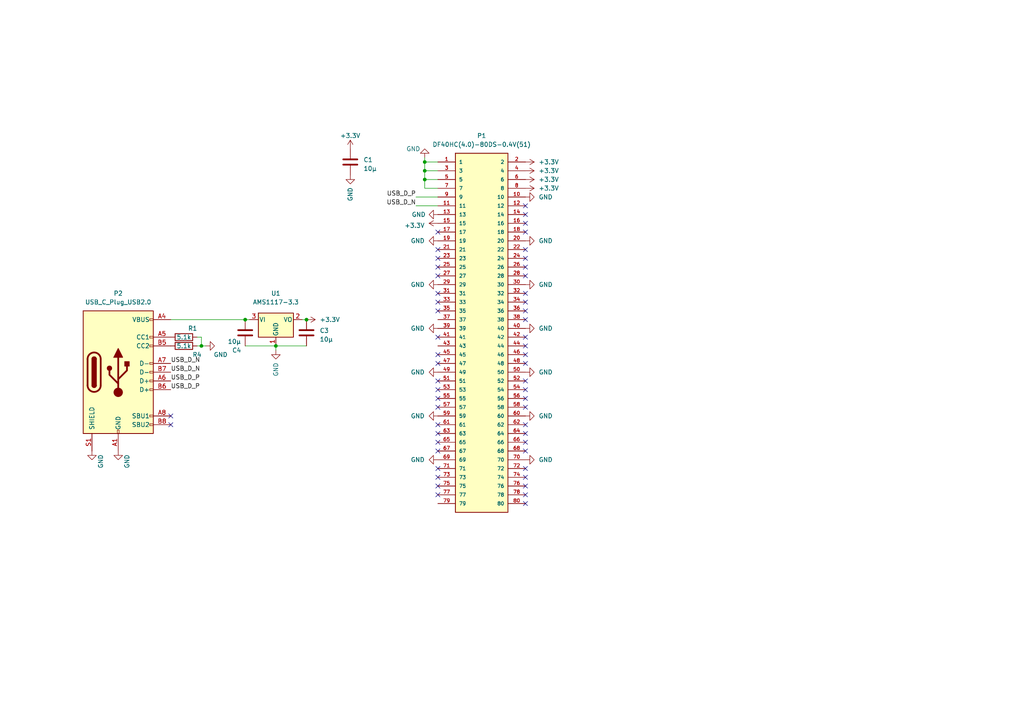
<source format=kicad_sch>
(kicad_sch (version 20230121) (generator eeschema)
  (paper "A4")
  (lib_symbols
    (symbol "Connector:USB_C_Receptacle_USB2.0" (pin_names (offset 1.016))
      (property "Reference" "J" (at -10.16 19.05 0))
      (property "Value" "USB_C_Receptacle_USB2.0" (at 19.05 19.05 0))
      (symbol "USB_C_Receptacle_USB2.0_0_0"
        (rectangle (start -0.254 -17.78) (end 0.254 -16.764))
        (rectangle (start 10.16 -14.986) (end 9.144 -15.494))
        (rectangle (start 10.16 -12.446) (end 9.144 -12.954))
        (rectangle (start 10.16 -4.826) (end 9.144 -5.334))
        (rectangle (start 10.16 -2.286) (end 9.144 -2.794))
        (rectangle (start 10.16 0.254) (end 9.144 -0.254))
        (rectangle (start 10.16 2.794) (end 9.144 2.286))
        (rectangle (start 10.16 7.874) (end 9.144 7.366))
        (rectangle (start 10.16 10.414) (end 9.144 9.906))
        (rectangle (start 10.16 15.494) (end 9.144 14.986))
      )
      (symbol "USB_C_Receptacle_USB2.0_0_1"
        (rectangle (start -10.16 17.78) (end 10.16 -17.78) (stroke (width 0.254)) (fill (type background)))
        (arc (start -8.89 -3.81) (mid -6.985 -5.7067) (end -5.08 -3.81) (stroke (width 0.508)))
        (arc (start -7.62 -3.81) (mid -6.985 -4.4423) (end -6.35 -3.81) (stroke (width 0.254)))
        (arc (start -7.62 -3.81) (mid -6.985 -4.4423) (end -6.35 -3.81) (stroke (width 0.254)) (fill (type outline)))
        (rectangle (start -7.62 -3.81) (end -6.35 3.81) (stroke (width 0.254)) (fill (type outline)))
        (arc (start -6.35 3.81) (mid -6.985 4.4423) (end -7.62 3.81) (stroke (width 0.254)))
        (arc (start -6.35 3.81) (mid -6.985 4.4423) (end -7.62 3.81) (stroke (width 0.254)) (fill (type outline)))
        (arc (start -5.08 3.81) (mid -6.985 5.7067) (end -8.89 3.81) (stroke (width 0.508)))
        (circle (center -2.54 1.143) (radius 0.635) (stroke (width 0.254)) (fill (type outline)))
        (circle (center 0 -5.842) (radius 1.27) (fill (type outline)))
        (polyline (pts (xy -8.89 -3.81) (xy -8.89 3.81)) (stroke (width 0.508)))
        (polyline (pts (xy -5.08 3.81) (xy -5.08 -3.81)) (stroke (width 0.508)))
        (polyline (pts (xy 0 -5.842) (xy 0 4.318)) (stroke (width 0.508)))
        (polyline (pts (xy 0 -3.302) (xy -2.54 -0.762) (xy -2.54 0.508)) (stroke (width 0.508)))
        (polyline (pts (xy 0 -2.032) (xy 2.54 0.508) (xy 2.54 1.778)) (stroke (width 0.508)))
        (polyline (pts (xy -1.27 4.318) (xy 0 6.858) (xy 1.27 4.318) (xy -1.27 4.318)) (stroke (width 0.254)) (fill (type outline)))
        (rectangle (start 1.905 1.778) (end 3.175 3.048) (stroke (width 0.254)) (fill (type outline)))
      )
      (symbol "USB_C_Receptacle_USB2.0_1_1"
        (pin passive line (at 0 -22.86 90) (length 5.08) (name "GND") (number "A1"))
        (pin passive line (at 0 -22.86 90) (length 5.08) hide (name "GND") (number "A12"))
        (pin passive line (at 15.24 15.24 180) (length 5.08) (name "VBUS") (number "A4"))
        (pin bidirectional line (at 15.24 10.16 180) (length 5.08) (name "CC1") (number "A5"))
        (pin bidirectional line (at 15.24 -2.54 180) (length 5.08) (name "D+") (number "A6"))
        (pin bidirectional line (at 15.24 2.54 180) (length 5.08) (name "D-") (number "A7"))
        (pin bidirectional line (at 15.24 -12.7 180) (length 5.08) (name "SBU1") (number "A8"))
        (pin passive line (at 15.24 15.24 180) (length 5.08) hide (name "VBUS") (number "A9"))
        (pin passive line (at 0 -22.86 90) (length 5.08) hide (name "GND") (number "B1"))
        (pin passive line (at 0 -22.86 90) (length 5.08) hide (name "GND") (number "B12"))
        (pin passive line (at 15.24 15.24 180) (length 5.08) hide (name "VBUS") (number "B4"))
        (pin bidirectional line (at 15.24 7.62 180) (length 5.08) (name "CC2") (number "B5"))
        (pin bidirectional line (at 15.24 -5.08 180) (length 5.08) (name "D+") (number "B6"))
        (pin bidirectional line (at 15.24 0 180) (length 5.08) (name "D-") (number "B7"))
        (pin bidirectional line (at 15.24 -15.24 180) (length 5.08) (name "SBU2") (number "B8"))
        (pin passive line (at 15.24 15.24 180) (length 5.08) hide (name "VBUS") (number "B9"))
        (pin passive line (at -7.62 -22.86 90) (length 5.08) (name "SHIELD") (number "S1"))
      )
    )
    (symbol "DF40HC_4.0_-80DS-0.4V_51_:DF40HC(4.0)-80DS-0.4V(51)" (pin_names (offset 1.016))
      (property "Reference" "P" (at -7.642 51.5834 0))
      (property "Value" "DF40HC(4.0)-80DS-0.4V(51)" (at -7.6293 -55.9479 0))
      (symbol "DF40HC(4.0)-80DS-0.4V(51)_0_0"
        (rectangle (start -7.62 -53.34) (end 7.62 50.8) (stroke (width 0.254)) (fill (type background)))
        (pin passive line (at -12.7 48.26 0) (length 5.08) (name "1") (number "1"))
        (pin passive line (at 12.7 38.1 180) (length 5.08) (name "10") (number "10"))
        (pin passive line (at -12.7 35.56 0) (length 5.08) (name "11") (number "11"))
        (pin passive line (at 12.7 35.56 180) (length 5.08) (name "12") (number "12"))
        (pin passive line (at -12.7 33.02 0) (length 5.08) (name "13") (number "13"))
        (pin passive line (at 12.7 33.02 180) (length 5.08) (name "14") (number "14"))
        (pin passive line (at -12.7 30.48 0) (length 5.08) (name "15") (number "15"))
        (pin passive line (at 12.7 30.48 180) (length 5.08) (name "16") (number "16"))
        (pin passive line (at -12.7 27.94 0) (length 5.08) (name "17") (number "17"))
        (pin passive line (at 12.7 27.94 180) (length 5.08) (name "18") (number "18"))
        (pin passive line (at -12.7 25.4 0) (length 5.08) (name "19") (number "19"))
        (pin passive line (at 12.7 48.26 180) (length 5.08) (name "2") (number "2"))
        (pin passive line (at 12.7 25.4 180) (length 5.08) (name "20") (number "20"))
        (pin passive line (at -12.7 22.86 0) (length 5.08) (name "21") (number "21"))
        (pin passive line (at 12.7 22.86 180) (length 5.08) (name "22") (number "22"))
        (pin passive line (at -12.7 20.32 0) (length 5.08) (name "23") (number "23"))
        (pin passive line (at 12.7 20.32 180) (length 5.08) (name "24") (number "24"))
        (pin passive line (at -12.7 17.78 0) (length 5.08) (name "25") (number "25"))
        (pin passive line (at 12.7 17.78 180) (length 5.08) (name "26") (number "26"))
        (pin passive line (at -12.7 15.24 0) (length 5.08) (name "27") (number "27"))
        (pin passive line (at 12.7 15.24 180) (length 5.08) (name "28") (number "28"))
        (pin passive line (at -12.7 12.7 0) (length 5.08) (name "29") (number "29"))
        (pin passive line (at -12.7 45.72 0) (length 5.08) (name "3") (number "3"))
        (pin passive line (at 12.7 12.7 180) (length 5.08) (name "30") (number "30"))
        (pin passive line (at -12.7 10.16 0) (length 5.08) (name "31") (number "31"))
        (pin passive line (at 12.7 10.16 180) (length 5.08) (name "32") (number "32"))
        (pin passive line (at -12.7 7.62 0) (length 5.08) (name "33") (number "33"))
        (pin passive line (at 12.7 7.62 180) (length 5.08) (name "34") (number "34"))
        (pin passive line (at -12.7 5.08 0) (length 5.08) (name "35") (number "35"))
        (pin passive line (at 12.7 5.08 180) (length 5.08) (name "36") (number "36"))
        (pin passive line (at -12.7 2.54 0) (length 5.08) (name "37") (number "37"))
        (pin passive line (at 12.7 2.54 180) (length 5.08) (name "38") (number "38"))
        (pin passive line (at -12.7 0 0) (length 5.08) (name "39") (number "39"))
        (pin passive line (at 12.7 45.72 180) (length 5.08) (name "4") (number "4"))
        (pin passive line (at 12.7 0 180) (length 5.08) (name "40") (number "40"))
        (pin passive line (at -12.7 -2.54 0) (length 5.08) (name "41") (number "41"))
        (pin passive line (at 12.7 -2.54 180) (length 5.08) (name "42") (number "42"))
        (pin passive line (at -12.7 -5.08 0) (length 5.08) (name "43") (number "43"))
        (pin passive line (at 12.7 -5.08 180) (length 5.08) (name "44") (number "44"))
        (pin passive line (at -12.7 -7.62 0) (length 5.08) (name "45") (number "45"))
        (pin passive line (at 12.7 -7.62 180) (length 5.08) (name "46") (number "46"))
        (pin passive line (at -12.7 -10.16 0) (length 5.08) (name "47") (number "47"))
        (pin passive line (at 12.7 -10.16 180) (length 5.08) (name "48") (number "48"))
        (pin passive line (at -12.7 -12.7 0) (length 5.08) (name "49") (number "49"))
        (pin passive line (at -12.7 43.18 0) (length 5.08) (name "5") (number "5"))
        (pin passive line (at 12.7 -12.7 180) (length 5.08) (name "50") (number "50"))
        (pin passive line (at -12.7 -15.24 0) (length 5.08) (name "51") (number "51"))
        (pin passive line (at 12.7 -15.24 180) (length 5.08) (name "52") (number "52"))
        (pin passive line (at -12.7 -17.78 0) (length 5.08) (name "53") (number "53"))
        (pin passive line (at 12.7 -17.78 180) (length 5.08) (name "54") (number "54"))
        (pin passive line (at -12.7 -20.32 0) (length 5.08) (name "55") (number "55"))
        (pin passive line (at 12.7 -20.32 180) (length 5.08) (name "56") (number "56"))
        (pin passive line (at -12.7 -22.86 0) (length 5.08) (name "57") (number "57"))
        (pin passive line (at 12.7 -22.86 180) (length 5.08) (name "58") (number "58"))
        (pin passive line (at -12.7 -25.4 0) (length 5.08) (name "59") (number "59"))
        (pin passive line (at 12.7 43.18 180) (length 5.08) (name "6") (number "6"))
        (pin passive line (at 12.7 -25.4 180) (length 5.08) (name "60") (number "60"))
        (pin passive line (at -12.7 -27.94 0) (length 5.08) (name "61") (number "61"))
        (pin passive line (at 12.7 -27.94 180) (length 5.08) (name "62") (number "62"))
        (pin passive line (at -12.7 -30.48 0) (length 5.08) (name "63") (number "63"))
        (pin passive line (at 12.7 -30.48 180) (length 5.08) (name "64") (number "64"))
        (pin passive line (at -12.7 -33.02 0) (length 5.08) (name "65") (number "65"))
        (pin passive line (at 12.7 -33.02 180) (length 5.08) (name "66") (number "66"))
        (pin passive line (at -12.7 -35.56 0) (length 5.08) (name "67") (number "67"))
        (pin passive line (at 12.7 -35.56 180) (length 5.08) (name "68") (number "68"))
        (pin passive line (at -12.7 -38.1 0) (length 5.08) (name "69") (number "69"))
        (pin passive line (at -12.7 40.64 0) (length 5.08) (name "7") (number "7"))
        (pin passive line (at 12.7 -38.1 180) (length 5.08) (name "70") (number "70"))
        (pin passive line (at -12.7 -40.64 0) (length 5.08) (name "71") (number "71"))
        (pin passive line (at 12.7 -40.64 180) (length 5.08) (name "72") (number "72"))
        (pin passive line (at -12.7 -43.18 0) (length 5.08) (name "73") (number "73"))
        (pin passive line (at 12.7 -43.18 180) (length 5.08) (name "74") (number "74"))
        (pin passive line (at -12.7 -45.72 0) (length 5.08) (name "75") (number "75"))
        (pin passive line (at 12.7 -45.72 180) (length 5.08) (name "76") (number "76"))
        (pin passive line (at -12.7 -48.26 0) (length 5.08) (name "77") (number "77"))
        (pin passive line (at 12.7 -48.26 180) (length 5.08) (name "78") (number "78"))
        (pin passive line (at -12.7 -50.8 0) (length 5.08) (name "79") (number "79"))
        (pin passive line (at 12.7 40.64 180) (length 5.08) (name "8") (number "8"))
        (pin passive line (at 12.7 -50.8 180) (length 5.08) (name "80") (number "80"))
        (pin passive line (at -12.7 38.1 0) (length 5.08) (name "9") (number "9"))
      )
    )
    (symbol "Device:C" (pin_numbers hide) (pin_names (offset 0.254))
      (property "Reference" "C" (at 0.635 2.54 0))
      (property "Value" "C" (at 0.635 -2.54 0))
      (symbol "C_0_1"
        (polyline (pts (xy -2.032 -0.762) (xy 2.032 -0.762)) (stroke (width 0.508)))
        (polyline (pts (xy -2.032 0.762) (xy 2.032 0.762)) (stroke (width 0.508)))
      )
      (symbol "C_1_1"
        (pin passive line (at 0 3.81 270) (length 2.794) (name "~") (number "1"))
        (pin passive line (at 0 -3.81 90) (length 2.794) (name "~") (number "2"))
      )
    )
    (symbol "Device:R" (pin_numbers hide) (pin_names (offset 0))
      (property "Reference" "R" (at 2.032 0 90))
      (property "Value" "R" (at 0 0 90))
      (symbol "R_0_1"
        (rectangle (start -1.016 -2.54) (end 1.016 2.54) (stroke (width 0.254)))
      )
      (symbol "R_1_1"
        (pin passive line (at 0 3.81 270) (length 1.27) (name "~") (number "1"))
        (pin passive line (at 0 -3.81 90) (length 1.27) (name "~") (number "2"))
      )
    )
    (symbol "Regulator_Linear:AMS1117-3.3" (pin_names (offset 0.254))
      (property "Reference" "U" (at -3.81 3.175 0))
      (property "Value" "AMS1117-3.3" (at 0 3.175 0))
      (symbol "AMS1117-3.3_0_1"
        (rectangle (start -5.08 -5.08) (end 5.08 1.905) (stroke (width 0.254)) (fill (type background)))
      )
      (symbol "AMS1117-3.3_1_1"
        (pin power_in line (at 0 -7.62 90) (length 2.54) (name "GND") (number "1"))
        (pin power_out line (at 7.62 0 180) (length 2.54) (name "VO") (number "2"))
        (pin power_in line (at -7.62 0 0) (length 2.54) (name "VI") (number "3"))
      )
    )
    (symbol "power:+3.3V" (power) (pin_names (offset 0))
      (property "Value" "+3.3V" (at 0 3.556 0))
      (symbol "+3.3V_0_1"
        (polyline (pts (xy -0.762 1.27) (xy 0 2.54)))
        (polyline (pts (xy 0 0) (xy 0 2.54)))
        (polyline (pts (xy 0 2.54) (xy 0.762 1.27)))
      )
      (symbol "+3.3V_1_1"
        (pin power_in line (at 0 0 90) (length 0) hide (name "+3.3V") (number "1"))
      )
    )
    (symbol "power:GND" (power) (pin_names (offset 0))
      (property "Value" "GND" (at 0 -3.81 0))
      (symbol "GND_0_1"
        (polyline (pts (xy 0 0) (xy 0 -1.27) (xy 1.27 -1.27) (xy 0 -2.54) (xy -1.27 -1.27) (xy 0 -1.27)))
      )
      (symbol "GND_1_1"
        (pin power_in line (at 0 0 270) (length 0) hide (name "GND") (number "1"))
      )
    )
  )
  (junction (at 58.42 100.33))
  (junction (at 88.9 92.71))
  (junction (at 123.19 49.53))
  (junction (at 123.19 46.99))
  (junction (at 123.19 52.07))
  (junction (at 71.12 92.71))
  (junction (at 80.01 100.33))
  (no_connect (at 127 67.31))
  (no_connect (at 152.4 118.11))
  (no_connect (at 127 105.41))
  (no_connect (at 127 102.87))
  (no_connect (at 152.4 100.33))
  (no_connect (at 152.4 80.01))
  (no_connect (at 152.4 64.77))
  (no_connect (at 127 77.47))
  (no_connect (at 127 90.17))
  (no_connect (at 127 125.73))
  (no_connect (at 127 118.11))
  (no_connect (at 49.53 123.19))
  (no_connect (at 127 110.49))
  (no_connect (at 127 72.39))
  (no_connect (at 152.4 72.39))
  (no_connect (at 152.4 87.63))
  (no_connect (at 152.4 102.87))
  (no_connect (at 152.4 143.51))
  (no_connect (at 127 140.97))
  (no_connect (at 152.4 74.93))
  (no_connect (at 152.4 146.05))
  (no_connect (at 152.4 128.27))
  (no_connect (at 152.4 62.23))
  (no_connect (at 127 115.57))
  (no_connect (at 152.4 135.89))
  (no_connect (at 152.4 85.09))
  (no_connect (at 152.4 92.71))
  (no_connect (at 152.4 59.69))
  (no_connect (at 152.4 67.31))
  (no_connect (at 127 80.01))
  (no_connect (at 152.4 113.03))
  (no_connect (at 127 123.19))
  (no_connect (at 152.4 140.97))
  (no_connect (at 152.4 97.79))
  (no_connect (at 127 87.63))
  (no_connect (at 127 97.79))
  (no_connect (at 127 135.89))
  (no_connect (at 127 113.03))
  (no_connect (at 152.4 110.49))
  (no_connect (at 152.4 138.43))
  (no_connect (at 127 85.09))
  (no_connect (at 152.4 115.57))
  (no_connect (at 152.4 105.41))
  (no_connect (at 152.4 77.47))
  (no_connect (at 49.53 120.65))
  (no_connect (at 152.4 123.19))
  (no_connect (at 127 74.93))
  (no_connect (at 127 138.43))
  (no_connect (at 152.4 90.17))
  (no_connect (at 152.4 125.73))
  (no_connect (at 127 128.27))
  (no_connect (at 127 143.51))
  (no_connect (at 152.4 130.81))
  (no_connect (at 127 130.81))
  (wire (pts (xy 120.65 59.69) (xy 127 59.69)))
  (wire (pts (xy 123.19 52.07) (xy 127 52.07)))
  (wire (pts (xy 80.01 101.6) (xy 80.01 100.33)))
  (wire (pts (xy 71.12 100.33) (xy 80.01 100.33)))
  (wire (pts (xy 59.69 100.33) (xy 58.42 100.33)))
  (wire (pts (xy 120.65 57.15) (xy 127 57.15)))
  (wire (pts (xy 127 54.61) (xy 123.19 54.61)))
  (wire (pts (xy 123.19 46.99) (xy 127 46.99)))
  (wire (pts (xy 123.19 45.72) (xy 123.19 46.99)))
  (wire (pts (xy 123.19 49.53) (xy 127 49.53)))
  (wire (pts (xy 58.42 100.33) (xy 57.15 100.33)))
  (wire (pts (xy 57.15 97.79) (xy 58.42 97.79)))
  (wire (pts (xy 123.19 52.07) (xy 123.19 49.53)))
  (wire (pts (xy 87.63 92.71) (xy 88.9 92.71)))
  (wire (pts (xy 71.12 92.71) (xy 72.39 92.71)))
  (wire (pts (xy 80.01 100.33) (xy 88.9 100.33)))
  (wire (pts (xy 49.53 92.71) (xy 71.12 92.71)))
  (wire (pts (xy 58.42 97.79) (xy 58.42 100.33)))
  (wire (pts (xy 123.19 49.53) (xy 123.19 46.99)))
  (wire (pts (xy 123.19 54.61) (xy 123.19 52.07)))
  (label "USB_D_N" (at 120.65 59.69 180))
  (label "USB_D_P" (at 49.53 110.49 0))
  (label "USB_D_P" (at 49.53 113.03 0))
  (label "USB_D_P" (at 120.65 57.15 180))
  (label "USB_D_N" (at 49.53 107.95 0))
  (label "USB_D_N" (at 49.53 105.41 0))
  (symbol (lib_id "power:+3.3V") (at 101.6 43.18 0) (unit 1)
    (property "Reference" "#PWR05" (effects hide))
    (property "Value" "+3.3V" (at 101.6 39.37 0))
  )
  (symbol (lib_id "power:GND") (at 101.6 50.8 0) (unit 1)
    (property "Reference" "#PWR04" (effects hide))
    (property "Value" "GND" (at 101.6 58.42 90) (effects (justify left)))
  )
  (symbol (lib_id "power:GND") (at 152.4 95.25 90) (unit 1)
    (property "Reference" "#PWR0110" (effects hide))
    (property "Value" "GND" (at 156.21 95.2499 90) (effects (justify right)))
  )
  (symbol (lib_id "Regulator_Linear:AMS1117-3.3") (at 80.01 92.71 0) (unit 1)
    (property "Reference" "U1" (at 80.01 85.09 0))
    (property "Value" "AMS1117-3.3" (at 80.01 87.63 0))
    (property "Footprint" "Package_TO_SOT_SMD:SOT-223-3_TabPin2" (effects hide))
    (property "Datasheet" "http://www.advanced-monolithic.com/pdf/ds1117.pdf" (effects hide))
  )
  (symbol (lib_id "power:GND") (at 127 107.95 270) (unit 1)
    (property "Reference" "#PWR0122" (effects hide))
    (property "Value" "GND" (at 123.19 107.9501 90) (effects (justify right)))
  )
  (symbol (lib_id "Device:C") (at 101.6 46.99 0) (unit 1)
    (property "Reference" "C1" (at 105.41 46.355 0) (effects (justify left)))
    (property "Value" "10µ" (at 105.41 48.895 0) (effects (justify left)))
    (property "Footprint" "Capacitor_SMD:C_0805_2012Metric" (effects hide))
  )
  (symbol (lib_id "power:GND") (at 152.4 57.15 90) (unit 1)
    (property "Reference" "#PWR0112" (effects hide))
    (property "Value" "GND" (at 156.21 57.1499 90) (effects (justify right)))
  )
  (symbol (lib_id "DF40HC_4.0_-80DS-0.4V_51_:DF40HC(4.0)-80DS-0.4V(51)") (at 139.7 95.25 0) (unit 1)
    (property "Reference" "P1" (at 139.7 39.37 0))
    (property "Value" "DF40HC(4.0)-80DS-0.4V(51)" (at 139.7 41.91 0))
    (property "Footprint" "Boson:HRS_DF40HC(4.0)-80DS-0.4V(51)" (effects hide))
    (property "MANUFACTURER" "HRS" (effects hide))
  )
  (symbol (lib_id "power:GND") (at 80.01 101.6 0) (unit 1)
    (property "Reference" "#PWR01" (effects hide))
    (property "Value" "GND" (at 80.01 109.22 90) (effects (justify left)))
  )
  (symbol (lib_id "Connector:USB_C_Receptacle_USB2.0") (at 34.29 107.95 0) (unit 1)
    (property "Reference" "P2" (at 34.29 85.09 0))
    (property "Value" "USB_C_Plug_USB2.0" (at 34.29 87.63 0))
    (property "Footprint" "Boson:USB4145-03-0230-C" (effects hide))
    (property "Datasheet" "https://www.usb.org/sites/default/files/documents/usb_type-c.zip" (effects hide))
  )
  (symbol (lib_id "power:GND") (at 152.4 133.35 90) (unit 1)
    (property "Reference" "#PWR0119" (effects hide))
    (property "Value" "GND" (at 156.21 133.3499 90) (effects (justify right)))
  )
  (symbol (lib_id "Device:R") (at 53.34 100.33 90) (unit 1)
    (property "Reference" "R4" (at 57.15 102.87 90))
    (property "Value" "5.1k" (at 53.34 100.33 90))
    (property "Footprint" "Resistor_SMD:R_0805_2012Metric" (effects hide))
  )
  (symbol (lib_id "power:GND") (at 26.67 130.81 0) (unit 1)
    (property "Reference" "#PWR07" (effects hide))
    (property "Value" "GND" (at 29.21 135.89 90) (effects (justify left)))
  )
  (symbol (lib_id "power:GND") (at 152.4 120.65 90) (unit 1)
    (property "Reference" "#PWR0118" (effects hide))
    (property "Value" "GND" (at 156.21 120.6499 90) (effects (justify right)))
  )
  (symbol (lib_id "power:GND") (at 127 82.55 270) (unit 1)
    (property "Reference" "#PWR0102" (effects hide))
    (property "Value" "GND" (at 123.19 82.5501 90) (effects (justify right)))
  )
  (symbol (lib_id "power:+3.3V") (at 152.4 52.07 270) (unit 1)
    (property "Reference" "#PWR0111" (effects hide))
    (property "Value" "+3.3V" (at 156.21 52.0699 90) (effects (justify left)))
  )
  (symbol (lib_id "power:GND") (at 152.4 82.55 90) (unit 1)
    (property "Reference" "#PWR0109" (effects hide))
    (property "Value" "GND" (at 156.21 82.5499 90) (effects (justify right)))
  )
  (symbol (lib_id "power:GND") (at 152.4 107.95 90) (unit 1)
    (property "Reference" "#PWR0117" (effects hide))
    (property "Value" "GND" (at 156.21 107.9499 90) (effects (justify right)))
  )
  (symbol (lib_id "Device:R") (at 53.34 97.79 90) (unit 1)
    (property "Reference" "R1" (at 55.88 95.25 90))
    (property "Value" "5.1k" (at 53.34 97.79 90))
    (property "Footprint" "Resistor_SMD:R_0805_2012Metric" (effects hide))
  )
  (symbol (lib_id "power:GND") (at 127 95.25 270) (unit 1)
    (property "Reference" "#PWR0103" (effects hide))
    (property "Value" "GND" (at 123.19 95.2501 90) (effects (justify right)))
  )
  (symbol (lib_id "Device:C") (at 71.12 96.52 0) (unit 1)
    (property "Reference" "C4" (at 67.31 101.6 0) (effects (justify left)))
    (property "Value" "10µ" (at 66.04 99.06 0) (effects (justify left)))
    (property "Footprint" "Capacitor_SMD:C_0805_2012Metric" (effects hide))
  )
  (symbol (lib_id "power:GND") (at 127 120.65 270) (unit 1)
    (property "Reference" "#PWR0121" (effects hide))
    (property "Value" "GND" (at 123.19 120.6501 90) (effects (justify right)))
  )
  (symbol (lib_id "power:GND") (at 127 133.35 270) (unit 1)
    (property "Reference" "#PWR0120" (effects hide))
    (property "Value" "GND" (at 123.19 133.3501 90) (effects (justify right)))
  )
  (symbol (lib_id "power:GND") (at 127 62.23 270) (unit 1)
    (property "Reference" "#PWR0108" (effects hide))
    (property "Value" "GND" (at 119.38 62.23 90) (effects (justify left)))
  )
  (symbol (lib_id "power:+3.3V") (at 88.9 92.71 270) (unit 1)
    (property "Reference" "#PWR02" (effects hide))
    (property "Value" "+3.3V" (at 92.71 92.7099 90) (effects (justify left)))
  )
  (symbol (lib_id "power:GND") (at 123.19 45.72 180) (unit 1)
    (property "Reference" "#PWR0104" (effects hide))
    (property "Value" "GND" (at 121.92 43.18 0) (effects (justify left)))
  )
  (symbol (lib_id "power:+3.3V") (at 152.4 49.53 270) (unit 1)
    (property "Reference" "#PWR0116" (effects hide))
    (property "Value" "+3.3V" (at 156.21 49.5299 90) (effects (justify left)))
  )
  (symbol (lib_id "power:GND") (at 127 69.85 270) (unit 1)
    (property "Reference" "#PWR0101" (effects hide))
    (property "Value" "GND" (at 123.19 69.8501 90) (effects (justify right)))
  )
  (symbol (lib_id "Device:C") (at 88.9 96.52 0) (unit 1)
    (property "Reference" "C3" (at 92.71 95.885 0) (effects (justify left)))
    (property "Value" "10µ" (at 92.71 98.425 0) (effects (justify left)))
    (property "Footprint" "Capacitor_SMD:C_0805_2012Metric" (effects hide))
  )
  (symbol (lib_id "power:+3.3V") (at 152.4 54.61 270) (unit 1)
    (property "Reference" "#PWR0114" (effects hide))
    (property "Value" "+3.3V" (at 156.21 54.6099 90) (effects (justify left)))
  )
  (symbol (lib_id "power:GND") (at 34.29 130.81 0) (unit 1)
    (property "Reference" "#PWR03" (effects hide))
    (property "Value" "GND" (at 36.83 135.89 90) (effects (justify left)))
  )
  (symbol (lib_id "power:GND") (at 59.69 100.33 90) (unit 1)
    (property "Reference" "#PWR012" (effects hide))
    (property "Value" "GND" (at 66.04 102.87 90) (effects (justify left)))
  )
  (symbol (lib_id "power:GND") (at 152.4 69.85 90) (unit 1)
    (property "Reference" "#PWR0115" (effects hide))
    (property "Value" "GND" (at 156.21 69.8499 90) (effects (justify right)))
  )
  (symbol (lib_id "power:+3.3V") (at 127 64.77 90) (unit 1)
    (property "Reference" "#PWR06" (effects hide))
    (property "Value" "+3.3V" (at 123.19 65.405 90) (effects (justify left)))
  )
  (symbol (lib_id "power:+3.3V") (at 152.4 46.99 270) (unit 1)
    (property "Reference" "#PWR0113" (effects hide))
    (property "Value" "+3.3V" (at 156.21 46.9899 90) (effects (justify left)))
  )
)
</source>
